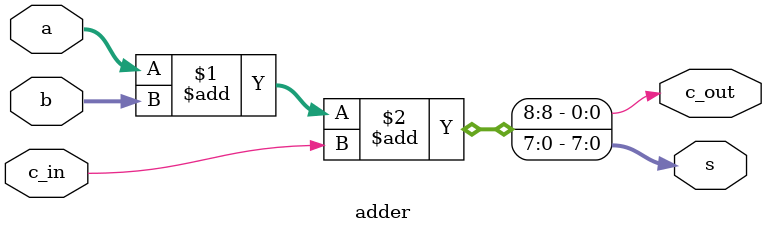
<source format=sv>
module adder #(
    parameter N = 8
) (
    input logic [N-1:0] a, b,
    input logic c_in,
    output logic [N-1:0] s,
    output logic c_out
);
    assign {c_out, s} = a + b + c_in;
endmodule
</source>
